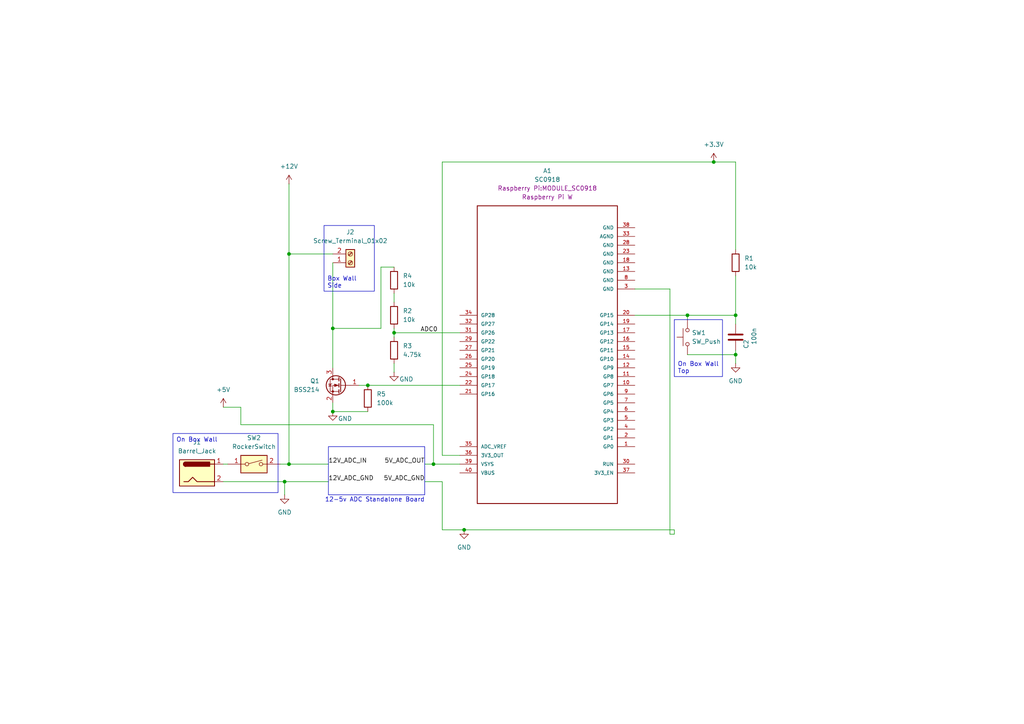
<source format=kicad_sch>
(kicad_sch (version 20231120) (generator "eeschema") (generator_version "8.0")
  (paper "A4")
  (lib_symbols
    (symbol "Connector:Barrel_Jack" (pin_names (offset 1.016))
      (property "Reference" "J" (at 0 5.334 0))
      (property "Value" "Barrel_Jack" (at 0 -5.08 0))
      (symbol "Barrel_Jack_0_1"
        (rectangle (start -5.08 3.81) (end 5.08 -3.81) (stroke (width 0.254)) (fill (type background)))
        (arc (start -3.302 3.175) (mid -3.9343 2.54) (end -3.302 1.905) (stroke (width 0.254)))
        (arc (start -3.302 3.175) (mid -3.9343 2.54) (end -3.302 1.905) (stroke (width 0.254)) (fill (type outline)))
        (polyline (pts (xy 5.08 2.54) (xy 3.81 2.54)) (stroke (width 0.254)))
        (polyline (pts (xy -3.81 -2.54) (xy -2.54 -2.54) (xy -1.27 -1.27) (xy 0 -2.54) (xy 2.54 -2.54) (xy 5.08 -2.54)) (stroke (width 0.254)))
        (rectangle (start 3.683 3.175) (end -3.302 1.905) (stroke (width 0.254)) (fill (type outline)))
      )
      (symbol "Barrel_Jack_1_1"
        (pin passive line (at 7.62 2.54 180) (length 2.54) (name "~") (number "1"))
        (pin passive line (at 7.62 -2.54 180) (length 2.54) (name "~") (number "2"))
      )
    )
    (symbol "Connector:Screw_Terminal_01x02" (pin_names (offset 1.016) hide)
      (property "Reference" "J" (at 0 2.54 0))
      (property "Value" "Screw_Terminal_01x02" (at 0 -5.08 0))
      (symbol "Screw_Terminal_01x02_1_1"
        (rectangle (start -1.27 1.27) (end 1.27 -3.81) (stroke (width 0.254)) (fill (type background)))
        (circle (center 0 -2.54) (radius 0.635) (stroke (width 0.1524)))
        (polyline (pts (xy -0.5334 -2.2098) (xy 0.3302 -3.048)) (stroke (width 0.1524)))
        (polyline (pts (xy -0.5334 0.3302) (xy 0.3302 -0.508)) (stroke (width 0.1524)))
        (polyline (pts (xy -0.3556 -2.032) (xy 0.508 -2.8702)) (stroke (width 0.1524)))
        (polyline (pts (xy -0.3556 0.508) (xy 0.508 -0.3302)) (stroke (width 0.1524)))
        (circle (center 0 0) (radius 0.635) (stroke (width 0.1524)))
        (pin passive line (at -5.08 0 0) (length 3.81) (name "Pin_1") (number "1"))
        (pin passive line (at -5.08 -2.54 0) (length 3.81) (name "Pin_2") (number "2"))
      )
    )
    (symbol "Device:C" (pin_numbers hide) (pin_names (offset 0.254))
      (property "Reference" "C" (at 0.635 2.54 0))
      (property "Value" "C" (at 0.635 -2.54 0))
      (symbol "C_0_1"
        (polyline (pts (xy -2.032 -0.762) (xy 2.032 -0.762)) (stroke (width 0.508)))
        (polyline (pts (xy -2.032 0.762) (xy 2.032 0.762)) (stroke (width 0.508)))
      )
      (symbol "C_1_1"
        (pin passive line (at 0 3.81 270) (length 2.794) (name "~") (number "1"))
        (pin passive line (at 0 -3.81 90) (length 2.794) (name "~") (number "2"))
      )
    )
    (symbol "Device:R" (pin_numbers hide) (pin_names (offset 0))
      (property "Reference" "R" (at 2.032 0 90))
      (property "Value" "R" (at 0 0 90))
      (symbol "R_0_1"
        (rectangle (start -1.016 -2.54) (end 1.016 2.54) (stroke (width 0.254)))
      )
      (symbol "R_1_1"
        (pin passive line (at 0 3.81 270) (length 1.27) (name "~") (number "1"))
        (pin passive line (at 0 -3.81 90) (length 1.27) (name "~") (number "2"))
      )
    )
    (symbol "Raspberry_Pi_Pico_W_SC0918:SC0918" (pin_names (offset 1.016))
      (property "Reference" "A1" (at 0 58.42 0))
      (property "Value" "SC0918" (at 0 55.88 0))
      (property "Footprint" "Raspberry Pi:MODULE_SC0918" (at -12.7 -46.99 0))
      (property "manufacturer" "Raspberry Pi" (at 0 53.34 0))
      (symbol "SC0918_0_0"
        (rectangle (start -20.32 -43.18) (end 20.32 43.18) (stroke (width 0.254)))
        (pin bidirectional line (at -25.4 26.67 0) (length 5.08) (name "GP0") (number "1"))
        (pin bidirectional line (at -25.4 8.89 0) (length 5.08) (name "GP7") (number "10"))
        (pin bidirectional line (at -25.4 6.35 0) (length 5.08) (name "GP8") (number "11"))
        (pin bidirectional line (at -25.4 3.81 0) (length 5.08) (name "GP9") (number "12"))
        (pin power_in line (at -25.4 -24.13 0) (length 5.08) (name "GND") (number "13"))
        (pin bidirectional line (at -25.4 1.27 0) (length 5.08) (name "GP10") (number "14"))
        (pin bidirectional line (at -25.4 -1.27 0) (length 5.08) (name "GP11") (number "15"))
        (pin bidirectional line (at -25.4 -3.81 0) (length 5.08) (name "GP12") (number "16"))
        (pin bidirectional line (at -25.4 -6.35 0) (length 5.08) (name "GP13") (number "17"))
        (pin power_in line (at -25.4 -26.67 0) (length 5.08) (name "GND") (number "18"))
        (pin bidirectional line (at -25.4 -8.89 0) (length 5.08) (name "GP14") (number "19"))
        (pin bidirectional line (at -25.4 24.13 0) (length 5.08) (name "GP1") (number "2"))
        (pin bidirectional line (at -25.4 -11.43 0) (length 5.08) (name "GP15") (number "20"))
        (pin bidirectional line (at 25.4 11.43 180) (length 5.08) (name "GP16") (number "21"))
        (pin bidirectional line (at 25.4 8.89 180) (length 5.08) (name "GP17") (number "22"))
        (pin power_in line (at -25.4 -29.21 0) (length 5.08) (name "GND") (number "23"))
        (pin bidirectional line (at 25.4 6.35 180) (length 5.08) (name "GP18") (number "24"))
        (pin bidirectional line (at 25.4 3.81 180) (length 5.08) (name "GP19") (number "25"))
        (pin bidirectional line (at 25.4 1.27 180) (length 5.08) (name "GP20") (number "26"))
        (pin bidirectional line (at 25.4 -1.27 180) (length 5.08) (name "GP21") (number "27"))
        (pin power_in line (at -25.4 -31.75 0) (length 5.08) (name "GND") (number "28"))
        (pin bidirectional line (at 25.4 -3.81 180) (length 5.08) (name "GP22") (number "29"))
        (pin power_in line (at -25.4 -19.05 0) (length 5.08) (name "GND") (number "3"))
        (pin input line (at -25.4 31.75 0) (length 5.08) (name "RUN") (number "30"))
        (pin bidirectional line (at 25.4 -6.35 180) (length 5.08) (name "GP26") (number "31"))
        (pin bidirectional line (at 25.4 -8.89 180) (length 5.08) (name "GP27") (number "32"))
        (pin power_in line (at -25.4 -34.29 0) (length 5.08) (name "AGND") (number "33"))
        (pin bidirectional line (at 25.4 -11.43 180) (length 5.08) (name "GP28") (number "34"))
        (pin power_in line (at 25.4 26.67 180) (length 5.08) (name "ADC_VREF") (number "35"))
        (pin power_in line (at 25.4 29.21 180) (length 5.08) (name "3V3_OUT") (number "36"))
        (pin input line (at -25.4 34.29 0) (length 5.08) (name "3V3_EN") (number "37"))
        (pin power_in line (at -25.4 -36.83 0) (length 5.08) (name "GND") (number "38"))
        (pin free line (at 25.4 31.75 180) (length 5.08) (name "VSYS") (number "39"))
        (pin bidirectional line (at -25.4 21.59 0) (length 5.08) (name "GP2") (number "4"))
        (pin free line (at 25.4 34.29 180) (length 5.08) (name "VBUS") (number "40"))
        (pin bidirectional line (at -25.4 19.05 0) (length 5.08) (name "GP3") (number "5"))
        (pin bidirectional line (at -25.4 16.51 0) (length 5.08) (name "GP4") (number "6"))
        (pin bidirectional line (at -25.4 13.97 0) (length 5.08) (name "GP5") (number "7"))
        (pin power_in line (at -25.4 -21.59 0) (length 5.08) (name "GND") (number "8"))
        (pin bidirectional line (at -25.4 11.43 0) (length 5.08) (name "GP6") (number "9"))
      )
    )
    (symbol "Switch:SW_DIP_x01" (pin_names (offset 0) hide)
      (property "Reference" "SW" (at 0 3.81 0))
      (property "Value" "SW_DIP_x01" (at 0 -3.81 0))
      (symbol "SW_DIP_x01_0_0"
        (circle (center -2.032 0) (radius 0.508))
        (polyline (pts (xy -1.524 0.127) (xy 2.3622 1.1684)))
        (circle (center 2.032 0) (radius 0.508))
      )
      (symbol "SW_DIP_x01_0_1"
        (rectangle (start -3.81 2.54) (end 3.81 -2.54) (stroke (width 0.254)) (fill (type background)))
      )
      (symbol "SW_DIP_x01_1_1"
        (pin passive line (at -7.62 0 0) (length 5.08) (name "~") (number "1"))
        (pin passive line (at 7.62 0 180) (length 5.08) (name "~") (number "2"))
      )
    )
    (symbol "Switch:SW_Push" (pin_numbers hide) (pin_names (offset 1.016) hide)
      (property "Reference" "SW" (at 1.27 2.54 0))
      (property "Value" "SW_Push" (at 0 -1.524 0))
      (symbol "SW_Push_0_1"
        (circle (center -2.032 0) (radius 0.508))
        (polyline (pts (xy 0 1.27) (xy 0 3.048)))
        (polyline (pts (xy 2.54 1.27) (xy -2.54 1.27)))
        (circle (center 2.032 0) (radius 0.508))
        (pin passive line (at -5.08 0 0) (length 2.54) (name "1") (number "1"))
        (pin passive line (at 5.08 0 180) (length 2.54) (name "2") (number "2"))
      )
    )
    (symbol "Transistor_FET:BSS138" (pin_names hide)
      (property "Reference" "Q" (at 5.08 1.905 0))
      (property "Value" "BSS138" (at 5.08 0 0))
      (symbol "BSS138_0_1"
        (polyline (pts (xy 0.254 0) (xy -2.54 0)))
        (polyline (pts (xy 0.254 1.905) (xy 0.254 -1.905)) (stroke (width 0.254)))
        (polyline (pts (xy 0.762 -1.27) (xy 0.762 -2.286)) (stroke (width 0.254)))
        (polyline (pts (xy 0.762 0.508) (xy 0.762 -0.508)) (stroke (width 0.254)))
        (polyline (pts (xy 0.762 2.286) (xy 0.762 1.27)) (stroke (width 0.254)))
        (polyline (pts (xy 2.54 2.54) (xy 2.54 1.778)))
        (polyline (pts (xy 2.54 -2.54) (xy 2.54 0) (xy 0.762 0)))
        (polyline (pts (xy 0.762 -1.778) (xy 3.302 -1.778) (xy 3.302 1.778) (xy 0.762 1.778)))
        (polyline (pts (xy 1.016 0) (xy 2.032 0.381) (xy 2.032 -0.381) (xy 1.016 0)) (fill (type outline)))
        (polyline (pts (xy 2.794 0.508) (xy 2.921 0.381) (xy 3.683 0.381) (xy 3.81 0.254)))
        (polyline (pts (xy 3.302 0.381) (xy 2.921 -0.254) (xy 3.683 -0.254) (xy 3.302 0.381)))
        (circle (center 1.651 0) (radius 2.794) (stroke (width 0.254)))
        (circle (center 2.54 -1.778) (radius 0.254) (fill (type outline)))
        (circle (center 2.54 1.778) (radius 0.254) (fill (type outline)))
      )
      (symbol "BSS138_1_1"
        (pin input line (at -5.08 0 0) (length 2.54) (name "G") (number "1"))
        (pin passive line (at 2.54 -5.08 90) (length 2.54) (name "S") (number "2"))
        (pin passive line (at 2.54 5.08 270) (length 2.54) (name "D") (number "3"))
      )
    )
    (symbol "power:+12V" (power) (pin_numbers hide) (pin_names (offset 0) hide)
      (property "Value" "+12V" (at 0 3.556 0))
      (symbol "+12V_0_1"
        (polyline (pts (xy -0.762 1.27) (xy 0 2.54)))
        (polyline (pts (xy 0 0) (xy 0 2.54)))
        (polyline (pts (xy 0 2.54) (xy 0.762 1.27)))
      )
      (symbol "+12V_1_1"
        (pin power_in line (at 0 0 90) (length 0) (name "~") (number "1"))
      )
    )
    (symbol "power:+3.3V" (power) (pin_numbers hide) (pin_names (offset 0) hide)
      (property "Value" "+3.3V" (at 0 3.556 0))
      (symbol "+3.3V_0_1"
        (polyline (pts (xy -0.762 1.27) (xy 0 2.54)))
        (polyline (pts (xy 0 0) (xy 0 2.54)))
        (polyline (pts (xy 0 2.54) (xy 0.762 1.27)))
      )
      (symbol "+3.3V_1_1"
        (pin power_in line (at 0 0 90) (length 0) (name "~") (number "1"))
      )
    )
    (symbol "power:+5V" (power) (pin_numbers hide) (pin_names (offset 0) hide)
      (property "Value" "+5V" (at 0 3.556 0))
      (symbol "+5V_0_1"
        (polyline (pts (xy -0.762 1.27) (xy 0 2.54)))
        (polyline (pts (xy 0 0) (xy 0 2.54)))
        (polyline (pts (xy 0 2.54) (xy 0.762 1.27)))
      )
      (symbol "+5V_1_1"
        (pin power_in line (at 0 0 90) (length 0) (name "~") (number "1"))
      )
    )
    (symbol "power:GND" (power) (pin_numbers hide) (pin_names (offset 0) hide)
      (property "Value" "GND" (at 0 -3.81 0))
      (symbol "GND_0_1"
        (polyline (pts (xy 0 0) (xy 0 -1.27) (xy 1.27 -1.27) (xy 0 -2.54) (xy -1.27 -1.27) (xy 0 -1.27)))
      )
      (symbol "GND_1_1"
        (pin power_in line (at 0 0 270) (length 0) (name "~") (number "1"))
      )
    )
  )
  (junction (at 82.55 139.7))
  (junction (at 207.01 46.99))
  (junction (at 96.52 95.25))
  (junction (at 114.3 96.52))
  (junction (at 106.68 111.76))
  (junction (at 83.82 134.62))
  (junction (at 213.36 91.44))
  (junction (at 83.82 73.66))
  (junction (at 96.52 119.38))
  (junction (at 125.73 134.62))
  (junction (at 213.36 102.87))
  (junction (at 134.62 153.67))
  (junction (at 199.39 91.44))
  (wire (pts (xy 213.36 46.99) (xy 213.36 72.39)))
  (wire (pts (xy 82.55 139.7) (xy 82.55 143.51)))
  (wire (pts (xy 213.36 101.6) (xy 213.36 102.87)))
  (wire (pts (xy 64.77 134.62) (xy 66.04 134.62)))
  (wire (pts (xy 64.77 139.7) (xy 82.55 139.7)))
  (wire (pts (xy 194.31 83.82) (xy 194.31 154.94)))
  (wire (pts (xy 213.36 91.44) (xy 213.36 93.98)))
  (wire (pts (xy 114.3 77.47) (xy 110.49 77.47)))
  (wire (pts (xy 110.49 77.47) (xy 110.49 95.25)))
  (wire (pts (xy 213.36 102.87) (xy 213.36 105.41)))
  (wire (pts (xy 114.3 105.41) (xy 114.3 107.95)))
  (wire (pts (xy 199.39 102.87) (xy 213.36 102.87)))
  (wire (pts (xy 128.27 132.08) (xy 128.27 46.99)))
  (wire (pts (xy 199.39 91.44) (xy 199.39 92.71)))
  (wire (pts (xy 64.77 118.11) (xy 69.85 118.11)))
  (wire (pts (xy 104.14 111.76) (xy 106.68 111.76)))
  (wire (pts (xy 195.58 153.67) (xy 134.62 153.67)))
  (wire (pts (xy 199.39 91.44) (xy 213.36 91.44)))
  (wire (pts (xy 96.52 119.38) (xy 106.68 119.38)))
  (wire (pts (xy 195.58 154.94) (xy 195.58 153.67)))
  (wire (pts (xy 114.3 96.52) (xy 114.3 97.79)))
  (wire (pts (xy 83.82 73.66) (xy 96.52 73.66)))
  (wire (pts (xy 128.27 139.7) (xy 128.27 153.67)))
  (wire (pts (xy 81.28 134.62) (xy 83.82 134.62)))
  (wire (pts (xy 207.01 46.99) (xy 213.36 46.99)))
  (wire (pts (xy 123.19 139.7) (xy 128.27 139.7)))
  (wire (pts (xy 83.82 73.66) (xy 83.82 134.62)))
  (wire (pts (xy 125.73 134.62) (xy 125.73 123.19)))
  (wire (pts (xy 69.85 123.19) (xy 69.85 118.11)))
  (wire (pts (xy 82.55 139.7) (xy 95.25 139.7)))
  (wire (pts (xy 133.35 132.08) (xy 128.27 132.08)))
  (wire (pts (xy 96.52 95.25) (xy 96.52 106.68)))
  (wire (pts (xy 110.49 95.25) (xy 96.52 95.25)))
  (wire (pts (xy 83.82 134.62) (xy 95.25 134.62)))
  (wire (pts (xy 96.52 116.84) (xy 96.52 119.38)))
  (wire (pts (xy 123.19 134.62) (xy 125.73 134.62)))
  (wire (pts (xy 96.52 76.2) (xy 96.52 95.25)))
  (wire (pts (xy 114.3 96.52) (xy 133.35 96.52)))
  (wire (pts (xy 83.82 53.34) (xy 83.82 73.66)))
  (wire (pts (xy 128.27 46.99) (xy 207.01 46.99)))
  (wire (pts (xy 184.15 91.44) (xy 199.39 91.44)))
  (wire (pts (xy 106.68 111.76) (xy 133.35 111.76)))
  (wire (pts (xy 194.31 154.94) (xy 195.58 154.94)))
  (wire (pts (xy 114.3 95.25) (xy 114.3 96.52)))
  (wire (pts (xy 125.73 134.62) (xy 133.35 134.62)))
  (wire (pts (xy 213.36 80.01) (xy 213.36 91.44)))
  (wire (pts (xy 114.3 85.09) (xy 114.3 87.63)))
  (wire (pts (xy 125.73 123.19) (xy 69.85 123.19)))
  (wire (pts (xy 194.31 83.82) (xy 184.15 83.82)))
  (wire (pts (xy 128.27 153.67) (xy 134.62 153.67)))
  (rectangle (start 95.25 129.54) (end 123.19 143.51))
  (text_box "On Box Wall" (at 50.165 125.73 0) (size 30.48 17.145) (effects (font (size 1.27 1.27)) (justify left top)))
  (text_box "On Box Wall Top" (at 195.58 92.71 0) (size 13.97 16.51) (effects (font (size 1.27 1.27)) (justify left bottom)))
  (text_box "Box Wall Side" (at 93.98 65.405 0) (size 14.605 19.05) (effects (font (size 1.27 1.27)) (justify left bottom)))
  (text "12-5v ADC Standalone Board" (at 108.712 145.034 0) (effects (font (size 1.27 1.27))))
  (label "5V_ADC_OUT" (at 123.19 134.62 180))
  (label "12V_ADC_GND" (at 95.25 139.7 0))
  (label "12V_ADC_IN" (at 95.25 134.62 0))
  (label "ADC0" (at 121.92 96.52 0))
  (label "5V_ADC_GND" (at 123.19 139.7 180))
  (symbol (lib_id "Transistor_FET:BSS138") (at 99.06 111.76 0) (mirror y) (unit 1)
    (property "Reference" "Q1" (at 92.71 110.4899 0) (effects (justify left)))
    (property "Value" "BSS214" (at 92.71 113.0299 0) (effects (justify left)))
    (property "Footprint" "Package_TO_SOT_SMD:SOT-23" (effects (hide yes)))
    (property "Datasheet" "https://www.onsemi.com/pub/Collateral/BSS138-D.PDF" (effects (hide yes)))
    (property "Description" "50V Vds, 0.22A Id, N-Channel MOSFET, SOT-23" (effects (hide yes)))
  )
  (symbol (lib_id "power:GND") (at 82.55 143.51 0) (unit 1)
    (property "Reference" "#PWR02" (effects (hide yes)))
    (property "Value" "GND" (at 82.55 148.59 0))
    (property "Description" "Power symbol creates a global label with name \"GND\" , ground" (effects (hide yes)))
  )
  (symbol (lib_id "power:GND") (at 213.36 105.41 0) (unit 1)
    (property "Reference" "#PWR06" (effects (hide yes)))
    (property "Value" "GND" (at 213.36 110.49 0))
    (property "Description" "Power symbol creates a global label with name \"GND\" , ground" (effects (hide yes)))
  )
  (symbol (lib_id "Device:R") (at 114.3 81.28 0) (unit 1)
    (property "Reference" "R4" (at 116.84 80.0099 0) (effects (justify left)))
    (property "Value" "10k" (at 116.84 82.5499 0) (effects (justify left)))
    (property "Description" "Resistor" (effects (hide yes)))
  )
  (symbol (lib_id "power:+5V") (at 64.77 118.11 0) (unit 1)
    (property "Reference" "#PWR05" (effects (hide yes)))
    (property "Value" "+5V" (at 64.77 113.03 0))
    (property "Description" "Power symbol creates a global label with name \"+5V\"" (effects (hide yes)))
  )
  (symbol (lib_id "power:+3.3V") (at 207.01 46.99 0) (unit 1)
    (property "Reference" "#PWR07" (effects (hide yes)))
    (property "Value" "+3.3V" (at 207.01 41.91 0))
    (property "Description" "Power symbol creates a global label with name \"+3.3V\"" (effects (hide yes)))
  )
  (symbol (lib_id "Raspberry_Pi_Pico_W_SC0918:SC0918") (at 158.75 102.87 180) (unit 1)
    (property "Reference" "A1" (at 158.75 49.53 0))
    (property "Value" "SC0918" (at 158.75 52.07 0))
    (property "Footprint" "Raspberry Pi:MODULE_SC0918" (at 158.75 54.61 0))
    (property "Datasheet" "https://datasheets.raspberrypi.com/picow/pico-w-datasheet.pdf" (effects (hide yes)))
    (property "manufacturer" "Raspberry Pi W" (at 158.75 57.15 0))
    (property "P/N" "SC0918" (effects (hide yes)))
    (property "PARTREV" "1.6" (effects (hide yes)))
    (property "MAXIMUM_PACKAGE_HEIGHT" "3.73mm" (effects (hide yes)))
  )
  (symbol (lib_id "Device:R") (at 114.3 101.6 0) (unit 1)
    (property "Reference" "R3" (at 116.84 100.3299 0) (effects (justify left)))
    (property "Value" "4.75k" (at 116.84 102.8699 0) (effects (justify left)))
    (property "Description" "Resistor" (effects (hide yes)))
  )
  (symbol (lib_id "Connector:Barrel_Jack") (at 57.15 137.16 0) (unit 1)
    (property "Reference" "J1" (at 57.15 128.27 0))
    (property "Value" "Barrel_Jack" (at 57.15 130.81 0))
    (property "Footprint" "Connector_BarrelJack:BarrelJack_SwitchcraftConxall_RAPC10U_Horizontal" (effects (hide yes)))
    (property "Description" "DC Barrel Jack" (effects (hide yes)))
  )
  (symbol (lib_id "Device:R") (at 106.68 115.57 0) (unit 1)
    (property "Reference" "R5" (at 109.22 114.2999 0) (effects (justify left)))
    (property "Value" "100k" (at 109.22 116.8399 0) (effects (justify left)))
    (property "Description" "Resistor" (effects (hide yes)))
  )
  (symbol (lib_id "Device:R") (at 114.3 91.44 0) (unit 1)
    (property "Reference" "R2" (at 116.84 90.1699 0) (effects (justify left)))
    (property "Value" "10k" (at 116.84 92.7099 0) (effects (justify left)))
    (property "Description" "Resistor" (effects (hide yes)))
  )
  (symbol (lib_id "Switch:SW_DIP_x01") (at 73.66 134.62 0) (unit 1)
    (property "Reference" "SW2" (at 73.66 127 0))
    (property "Value" "RockerSwitch" (at 73.66 129.54 0))
    (property "Footprint" "Button_Switch_SMD:SW_MEC_5GSH9" (effects (hide yes)))
    (property "Description" "1x DIP Switch, Single Pole Single Throw (SPST) switch, small symbol" (effects (hide yes)))
  )
  (symbol (lib_id "power:GND") (at 96.52 119.38 0) (unit 1)
    (property "Reference" "#PWR04" (effects (hide yes)))
    (property "Value" "GND" (at 100.076 121.412 0))
    (property "Description" "Power symbol creates a global label with name \"GND\" , ground" (effects (hide yes)))
  )
  (symbol (lib_id "Device:R") (at 213.36 76.2 0) (unit 1)
    (property "Reference" "R1" (at 215.9 74.9299 0) (effects (justify left)))
    (property "Value" "10k" (at 215.9 77.4699 0) (effects (justify left)))
    (property "Description" "Resistor" (effects (hide yes)))
  )
  (symbol (lib_id "power:GND") (at 134.62 153.67 0) (unit 1)
    (property "Reference" "#PWR03" (effects (hide yes)))
    (property "Value" "GND" (at 134.62 158.75 0))
    (property "Description" "Power symbol creates a global label with name \"GND\" , ground" (effects (hide yes)))
  )
  (symbol (lib_id "power:+12V") (at 83.82 53.34 0) (unit 1)
    (property "Reference" "#PWR01" (effects (hide yes)))
    (property "Value" "+12V" (at 83.82 48.26 0))
    (property "Description" "Power symbol creates a global label with name \"+12V\"" (effects (hide yes)))
  )
  (symbol (lib_id "Switch:SW_Push") (at 199.39 97.79 90) (unit 1)
    (property "Reference" "SW1" (at 200.66 96.5199 90) (effects (justify right)))
    (property "Value" "SW_Push" (at 200.66 99.0599 90) (effects (justify right)))
    (property "Description" "Push button switch, generic, two pins" (effects (hide yes)))
  )
  (symbol (lib_id "Connector:Screw_Terminal_01x02") (at 101.6 76.2 0) (mirror x) (unit 1)
    (property "Reference" "J2" (at 101.6 67.31 0))
    (property "Value" "Screw_Terminal_01x02" (at 101.6 69.85 0))
    (property "Footprint" "TerminalBlock_Phoenix:TerminalBlock_Phoenix_MPT-0,5-2-2.54_1x02_P2.54mm_Horizontal" (effects (hide yes)))
    (property "Description" "Generic screw terminal, single row, 01x02, script generated (kicad-library-utils/schlib/autogen/connector/)" (effects (hide yes)))
  )
  (symbol (lib_id "Device:C") (at 213.36 97.79 0) (unit 1)
    (property "Reference" "C2" (at 216.408 99.822 90))
    (property "Value" "100n" (at 218.694 97.536 90))
    (property "Footprint" "Capacitor_SMD:C_1206_3216Metric_Pad1.33x1.80mm_HandSolder" (effects (hide yes)))
    (property "Description" "Unpolarized capacitor" (effects (hide yes)))
  )
  (symbol (lib_id "power:GND") (at 114.3 107.95 0) (unit 1)
    (property "Reference" "#PWR08" (effects (hide yes)))
    (property "Value" "GND" (at 117.856 109.982 0))
    (property "Description" "Power symbol creates a global label with name \"GND\" , ground" (effects (hide yes)))
  )
)
</source>
